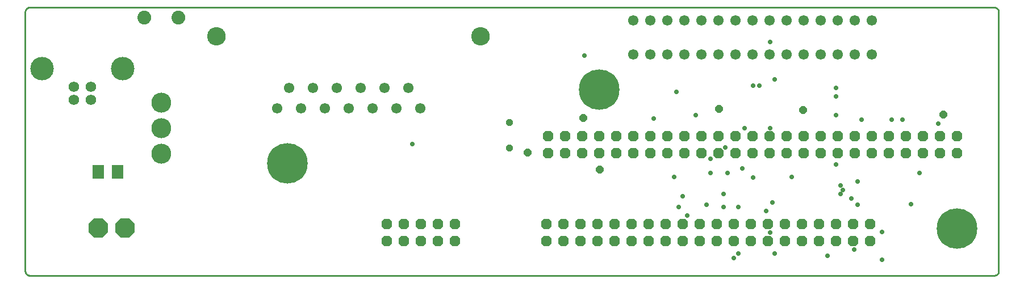
<source format=gts>
G75*
%MOIN*%
%OFA0B0*%
%FSLAX25Y25*%
%IPPOS*%
%LPD*%
%AMOC8*
5,1,8,0,0,1.08239X$1,22.5*
%
%ADD10C,0.01000*%
%ADD11C,0.23800*%
%ADD12C,0.06115*%
%ADD13C,0.00000*%
%ADD14C,0.10800*%
%ADD15C,0.11725*%
%ADD16C,0.08083*%
%ADD17OC8,0.06200*%
%ADD18R,0.07099X0.07898*%
%ADD19OC8,0.11430*%
%ADD20C,0.06200*%
%ADD21C,0.13800*%
%ADD22OC8,0.04343*%
%ADD23OC8,0.03800*%
%ADD24OC8,0.02800*%
%ADD25C,0.02800*%
D10*
X0004000Y0002343D02*
X0570300Y0002343D01*
X0570398Y0002345D01*
X0570496Y0002351D01*
X0570594Y0002360D01*
X0570691Y0002374D01*
X0570788Y0002391D01*
X0570884Y0002412D01*
X0570979Y0002437D01*
X0571073Y0002465D01*
X0571165Y0002498D01*
X0571257Y0002533D01*
X0571347Y0002573D01*
X0571435Y0002615D01*
X0571522Y0002662D01*
X0571606Y0002711D01*
X0571689Y0002764D01*
X0571769Y0002820D01*
X0571848Y0002880D01*
X0571924Y0002942D01*
X0571997Y0003007D01*
X0572068Y0003075D01*
X0572136Y0003146D01*
X0572201Y0003219D01*
X0572263Y0003295D01*
X0572323Y0003374D01*
X0572379Y0003454D01*
X0572432Y0003537D01*
X0572481Y0003621D01*
X0572528Y0003708D01*
X0572570Y0003796D01*
X0572610Y0003886D01*
X0572645Y0003978D01*
X0572678Y0004070D01*
X0572706Y0004164D01*
X0572731Y0004259D01*
X0572752Y0004355D01*
X0572769Y0004452D01*
X0572783Y0004549D01*
X0572792Y0004647D01*
X0572798Y0004745D01*
X0572800Y0004843D01*
X0572800Y0157343D01*
X0572798Y0157441D01*
X0572792Y0157539D01*
X0572783Y0157637D01*
X0572769Y0157734D01*
X0572752Y0157831D01*
X0572731Y0157927D01*
X0572706Y0158022D01*
X0572678Y0158116D01*
X0572645Y0158208D01*
X0572610Y0158300D01*
X0572570Y0158390D01*
X0572528Y0158478D01*
X0572481Y0158565D01*
X0572432Y0158649D01*
X0572379Y0158732D01*
X0572323Y0158812D01*
X0572263Y0158891D01*
X0572201Y0158967D01*
X0572136Y0159040D01*
X0572068Y0159111D01*
X0571997Y0159179D01*
X0571924Y0159244D01*
X0571848Y0159306D01*
X0571769Y0159366D01*
X0571689Y0159422D01*
X0571606Y0159475D01*
X0571522Y0159524D01*
X0571435Y0159571D01*
X0571347Y0159613D01*
X0571257Y0159653D01*
X0571165Y0159688D01*
X0571073Y0159721D01*
X0570979Y0159749D01*
X0570884Y0159774D01*
X0570788Y0159795D01*
X0570691Y0159812D01*
X0570594Y0159826D01*
X0570496Y0159835D01*
X0570398Y0159841D01*
X0570300Y0159843D01*
X0004000Y0159843D01*
X0003902Y0159841D01*
X0003804Y0159835D01*
X0003706Y0159826D01*
X0003609Y0159812D01*
X0003512Y0159795D01*
X0003416Y0159774D01*
X0003321Y0159749D01*
X0003227Y0159721D01*
X0003135Y0159688D01*
X0003043Y0159653D01*
X0002953Y0159613D01*
X0002865Y0159571D01*
X0002778Y0159524D01*
X0002694Y0159475D01*
X0002611Y0159422D01*
X0002531Y0159366D01*
X0002452Y0159306D01*
X0002376Y0159244D01*
X0002303Y0159179D01*
X0002232Y0159111D01*
X0002164Y0159040D01*
X0002099Y0158967D01*
X0002037Y0158891D01*
X0001977Y0158812D01*
X0001921Y0158732D01*
X0001868Y0158649D01*
X0001819Y0158565D01*
X0001772Y0158478D01*
X0001730Y0158390D01*
X0001690Y0158300D01*
X0001655Y0158208D01*
X0001622Y0158116D01*
X0001594Y0158022D01*
X0001569Y0157927D01*
X0001548Y0157831D01*
X0001531Y0157734D01*
X0001517Y0157637D01*
X0001508Y0157539D01*
X0001502Y0157441D01*
X0001500Y0157343D01*
X0001500Y0004843D01*
X0001502Y0004745D01*
X0001508Y0004647D01*
X0001517Y0004549D01*
X0001531Y0004452D01*
X0001548Y0004355D01*
X0001569Y0004259D01*
X0001594Y0004164D01*
X0001622Y0004070D01*
X0001655Y0003978D01*
X0001690Y0003886D01*
X0001730Y0003796D01*
X0001772Y0003708D01*
X0001819Y0003621D01*
X0001868Y0003537D01*
X0001921Y0003454D01*
X0001977Y0003374D01*
X0002037Y0003295D01*
X0002099Y0003219D01*
X0002164Y0003146D01*
X0002232Y0003075D01*
X0002303Y0003007D01*
X0002376Y0002942D01*
X0002452Y0002880D01*
X0002531Y0002820D01*
X0002611Y0002764D01*
X0002694Y0002711D01*
X0002778Y0002662D01*
X0002865Y0002615D01*
X0002953Y0002573D01*
X0003043Y0002533D01*
X0003135Y0002498D01*
X0003227Y0002465D01*
X0003321Y0002437D01*
X0003416Y0002412D01*
X0003512Y0002391D01*
X0003609Y0002374D01*
X0003706Y0002360D01*
X0003804Y0002351D01*
X0003902Y0002345D01*
X0004000Y0002343D01*
D11*
X0155300Y0068235D03*
X0338405Y0111580D03*
X0548400Y0029835D03*
D12*
X0498400Y0132243D03*
X0488400Y0132243D03*
X0478400Y0132243D03*
X0468400Y0132243D03*
X0458400Y0132243D03*
X0448400Y0132243D03*
X0438400Y0132243D03*
X0428400Y0132243D03*
X0418400Y0132243D03*
X0408400Y0132243D03*
X0398400Y0132243D03*
X0388400Y0132243D03*
X0378400Y0132243D03*
X0368400Y0132243D03*
X0358400Y0132243D03*
X0358400Y0152243D03*
X0368400Y0152243D03*
X0378400Y0152243D03*
X0388400Y0152243D03*
X0398400Y0152243D03*
X0408400Y0152243D03*
X0418400Y0152243D03*
X0428400Y0152243D03*
X0438400Y0152243D03*
X0448400Y0152243D03*
X0458400Y0152243D03*
X0468400Y0152243D03*
X0478400Y0152243D03*
X0488400Y0152243D03*
X0498400Y0152243D03*
X0233300Y0100443D03*
X0219300Y0100443D03*
X0205300Y0100443D03*
X0191300Y0100443D03*
X0177300Y0100443D03*
X0163300Y0100443D03*
X0149300Y0100443D03*
X0156300Y0112567D03*
X0170300Y0112567D03*
X0184300Y0112567D03*
X0198300Y0112567D03*
X0212300Y0112567D03*
X0226300Y0112567D03*
D13*
X0263800Y0142943D02*
X0263802Y0143084D01*
X0263808Y0143225D01*
X0263818Y0143365D01*
X0263832Y0143505D01*
X0263850Y0143645D01*
X0263871Y0143784D01*
X0263897Y0143923D01*
X0263926Y0144061D01*
X0263960Y0144197D01*
X0263997Y0144333D01*
X0264038Y0144468D01*
X0264083Y0144602D01*
X0264132Y0144734D01*
X0264184Y0144865D01*
X0264240Y0144994D01*
X0264300Y0145121D01*
X0264363Y0145247D01*
X0264429Y0145371D01*
X0264500Y0145494D01*
X0264573Y0145614D01*
X0264650Y0145732D01*
X0264730Y0145848D01*
X0264814Y0145961D01*
X0264900Y0146072D01*
X0264990Y0146181D01*
X0265083Y0146287D01*
X0265178Y0146390D01*
X0265277Y0146491D01*
X0265378Y0146589D01*
X0265482Y0146684D01*
X0265589Y0146776D01*
X0265698Y0146865D01*
X0265810Y0146950D01*
X0265924Y0147033D01*
X0266040Y0147113D01*
X0266159Y0147189D01*
X0266280Y0147261D01*
X0266402Y0147331D01*
X0266527Y0147396D01*
X0266653Y0147459D01*
X0266781Y0147517D01*
X0266911Y0147572D01*
X0267042Y0147624D01*
X0267175Y0147671D01*
X0267309Y0147715D01*
X0267444Y0147756D01*
X0267580Y0147792D01*
X0267717Y0147824D01*
X0267855Y0147853D01*
X0267993Y0147878D01*
X0268133Y0147898D01*
X0268273Y0147915D01*
X0268413Y0147928D01*
X0268554Y0147937D01*
X0268694Y0147942D01*
X0268835Y0147943D01*
X0268976Y0147940D01*
X0269117Y0147933D01*
X0269257Y0147922D01*
X0269397Y0147907D01*
X0269537Y0147888D01*
X0269676Y0147866D01*
X0269814Y0147839D01*
X0269952Y0147809D01*
X0270088Y0147774D01*
X0270224Y0147736D01*
X0270358Y0147694D01*
X0270492Y0147648D01*
X0270624Y0147599D01*
X0270754Y0147545D01*
X0270883Y0147488D01*
X0271010Y0147428D01*
X0271136Y0147364D01*
X0271259Y0147296D01*
X0271381Y0147225D01*
X0271501Y0147151D01*
X0271618Y0147073D01*
X0271733Y0146992D01*
X0271846Y0146908D01*
X0271957Y0146821D01*
X0272065Y0146730D01*
X0272170Y0146637D01*
X0272273Y0146540D01*
X0272373Y0146441D01*
X0272470Y0146339D01*
X0272564Y0146234D01*
X0272655Y0146127D01*
X0272743Y0146017D01*
X0272828Y0145905D01*
X0272910Y0145790D01*
X0272989Y0145673D01*
X0273064Y0145554D01*
X0273136Y0145433D01*
X0273204Y0145310D01*
X0273269Y0145185D01*
X0273331Y0145058D01*
X0273388Y0144929D01*
X0273443Y0144799D01*
X0273493Y0144668D01*
X0273540Y0144535D01*
X0273583Y0144401D01*
X0273622Y0144265D01*
X0273657Y0144129D01*
X0273689Y0143992D01*
X0273716Y0143854D01*
X0273740Y0143715D01*
X0273760Y0143575D01*
X0273776Y0143435D01*
X0273788Y0143295D01*
X0273796Y0143154D01*
X0273800Y0143013D01*
X0273800Y0142873D01*
X0273796Y0142732D01*
X0273788Y0142591D01*
X0273776Y0142451D01*
X0273760Y0142311D01*
X0273740Y0142171D01*
X0273716Y0142032D01*
X0273689Y0141894D01*
X0273657Y0141757D01*
X0273622Y0141621D01*
X0273583Y0141485D01*
X0273540Y0141351D01*
X0273493Y0141218D01*
X0273443Y0141087D01*
X0273388Y0140957D01*
X0273331Y0140828D01*
X0273269Y0140701D01*
X0273204Y0140576D01*
X0273136Y0140453D01*
X0273064Y0140332D01*
X0272989Y0140213D01*
X0272910Y0140096D01*
X0272828Y0139981D01*
X0272743Y0139869D01*
X0272655Y0139759D01*
X0272564Y0139652D01*
X0272470Y0139547D01*
X0272373Y0139445D01*
X0272273Y0139346D01*
X0272170Y0139249D01*
X0272065Y0139156D01*
X0271957Y0139065D01*
X0271846Y0138978D01*
X0271733Y0138894D01*
X0271618Y0138813D01*
X0271501Y0138735D01*
X0271381Y0138661D01*
X0271259Y0138590D01*
X0271136Y0138522D01*
X0271010Y0138458D01*
X0270883Y0138398D01*
X0270754Y0138341D01*
X0270624Y0138287D01*
X0270492Y0138238D01*
X0270358Y0138192D01*
X0270224Y0138150D01*
X0270088Y0138112D01*
X0269952Y0138077D01*
X0269814Y0138047D01*
X0269676Y0138020D01*
X0269537Y0137998D01*
X0269397Y0137979D01*
X0269257Y0137964D01*
X0269117Y0137953D01*
X0268976Y0137946D01*
X0268835Y0137943D01*
X0268694Y0137944D01*
X0268554Y0137949D01*
X0268413Y0137958D01*
X0268273Y0137971D01*
X0268133Y0137988D01*
X0267993Y0138008D01*
X0267855Y0138033D01*
X0267717Y0138062D01*
X0267580Y0138094D01*
X0267444Y0138130D01*
X0267309Y0138171D01*
X0267175Y0138215D01*
X0267042Y0138262D01*
X0266911Y0138314D01*
X0266781Y0138369D01*
X0266653Y0138427D01*
X0266527Y0138490D01*
X0266402Y0138555D01*
X0266280Y0138625D01*
X0266159Y0138697D01*
X0266040Y0138773D01*
X0265924Y0138853D01*
X0265810Y0138936D01*
X0265698Y0139021D01*
X0265589Y0139110D01*
X0265482Y0139202D01*
X0265378Y0139297D01*
X0265277Y0139395D01*
X0265178Y0139496D01*
X0265083Y0139599D01*
X0264990Y0139705D01*
X0264900Y0139814D01*
X0264814Y0139925D01*
X0264730Y0140038D01*
X0264650Y0140154D01*
X0264573Y0140272D01*
X0264500Y0140392D01*
X0264429Y0140515D01*
X0264363Y0140639D01*
X0264300Y0140765D01*
X0264240Y0140892D01*
X0264184Y0141021D01*
X0264132Y0141152D01*
X0264083Y0141284D01*
X0264038Y0141418D01*
X0263997Y0141553D01*
X0263960Y0141689D01*
X0263926Y0141825D01*
X0263897Y0141963D01*
X0263871Y0142102D01*
X0263850Y0142241D01*
X0263832Y0142381D01*
X0263818Y0142521D01*
X0263808Y0142661D01*
X0263802Y0142802D01*
X0263800Y0142943D01*
X0108800Y0142943D02*
X0108802Y0143084D01*
X0108808Y0143225D01*
X0108818Y0143365D01*
X0108832Y0143505D01*
X0108850Y0143645D01*
X0108871Y0143784D01*
X0108897Y0143923D01*
X0108926Y0144061D01*
X0108960Y0144197D01*
X0108997Y0144333D01*
X0109038Y0144468D01*
X0109083Y0144602D01*
X0109132Y0144734D01*
X0109184Y0144865D01*
X0109240Y0144994D01*
X0109300Y0145121D01*
X0109363Y0145247D01*
X0109429Y0145371D01*
X0109500Y0145494D01*
X0109573Y0145614D01*
X0109650Y0145732D01*
X0109730Y0145848D01*
X0109814Y0145961D01*
X0109900Y0146072D01*
X0109990Y0146181D01*
X0110083Y0146287D01*
X0110178Y0146390D01*
X0110277Y0146491D01*
X0110378Y0146589D01*
X0110482Y0146684D01*
X0110589Y0146776D01*
X0110698Y0146865D01*
X0110810Y0146950D01*
X0110924Y0147033D01*
X0111040Y0147113D01*
X0111159Y0147189D01*
X0111280Y0147261D01*
X0111402Y0147331D01*
X0111527Y0147396D01*
X0111653Y0147459D01*
X0111781Y0147517D01*
X0111911Y0147572D01*
X0112042Y0147624D01*
X0112175Y0147671D01*
X0112309Y0147715D01*
X0112444Y0147756D01*
X0112580Y0147792D01*
X0112717Y0147824D01*
X0112855Y0147853D01*
X0112993Y0147878D01*
X0113133Y0147898D01*
X0113273Y0147915D01*
X0113413Y0147928D01*
X0113554Y0147937D01*
X0113694Y0147942D01*
X0113835Y0147943D01*
X0113976Y0147940D01*
X0114117Y0147933D01*
X0114257Y0147922D01*
X0114397Y0147907D01*
X0114537Y0147888D01*
X0114676Y0147866D01*
X0114814Y0147839D01*
X0114952Y0147809D01*
X0115088Y0147774D01*
X0115224Y0147736D01*
X0115358Y0147694D01*
X0115492Y0147648D01*
X0115624Y0147599D01*
X0115754Y0147545D01*
X0115883Y0147488D01*
X0116010Y0147428D01*
X0116136Y0147364D01*
X0116259Y0147296D01*
X0116381Y0147225D01*
X0116501Y0147151D01*
X0116618Y0147073D01*
X0116733Y0146992D01*
X0116846Y0146908D01*
X0116957Y0146821D01*
X0117065Y0146730D01*
X0117170Y0146637D01*
X0117273Y0146540D01*
X0117373Y0146441D01*
X0117470Y0146339D01*
X0117564Y0146234D01*
X0117655Y0146127D01*
X0117743Y0146017D01*
X0117828Y0145905D01*
X0117910Y0145790D01*
X0117989Y0145673D01*
X0118064Y0145554D01*
X0118136Y0145433D01*
X0118204Y0145310D01*
X0118269Y0145185D01*
X0118331Y0145058D01*
X0118388Y0144929D01*
X0118443Y0144799D01*
X0118493Y0144668D01*
X0118540Y0144535D01*
X0118583Y0144401D01*
X0118622Y0144265D01*
X0118657Y0144129D01*
X0118689Y0143992D01*
X0118716Y0143854D01*
X0118740Y0143715D01*
X0118760Y0143575D01*
X0118776Y0143435D01*
X0118788Y0143295D01*
X0118796Y0143154D01*
X0118800Y0143013D01*
X0118800Y0142873D01*
X0118796Y0142732D01*
X0118788Y0142591D01*
X0118776Y0142451D01*
X0118760Y0142311D01*
X0118740Y0142171D01*
X0118716Y0142032D01*
X0118689Y0141894D01*
X0118657Y0141757D01*
X0118622Y0141621D01*
X0118583Y0141485D01*
X0118540Y0141351D01*
X0118493Y0141218D01*
X0118443Y0141087D01*
X0118388Y0140957D01*
X0118331Y0140828D01*
X0118269Y0140701D01*
X0118204Y0140576D01*
X0118136Y0140453D01*
X0118064Y0140332D01*
X0117989Y0140213D01*
X0117910Y0140096D01*
X0117828Y0139981D01*
X0117743Y0139869D01*
X0117655Y0139759D01*
X0117564Y0139652D01*
X0117470Y0139547D01*
X0117373Y0139445D01*
X0117273Y0139346D01*
X0117170Y0139249D01*
X0117065Y0139156D01*
X0116957Y0139065D01*
X0116846Y0138978D01*
X0116733Y0138894D01*
X0116618Y0138813D01*
X0116501Y0138735D01*
X0116381Y0138661D01*
X0116259Y0138590D01*
X0116136Y0138522D01*
X0116010Y0138458D01*
X0115883Y0138398D01*
X0115754Y0138341D01*
X0115624Y0138287D01*
X0115492Y0138238D01*
X0115358Y0138192D01*
X0115224Y0138150D01*
X0115088Y0138112D01*
X0114952Y0138077D01*
X0114814Y0138047D01*
X0114676Y0138020D01*
X0114537Y0137998D01*
X0114397Y0137979D01*
X0114257Y0137964D01*
X0114117Y0137953D01*
X0113976Y0137946D01*
X0113835Y0137943D01*
X0113694Y0137944D01*
X0113554Y0137949D01*
X0113413Y0137958D01*
X0113273Y0137971D01*
X0113133Y0137988D01*
X0112993Y0138008D01*
X0112855Y0138033D01*
X0112717Y0138062D01*
X0112580Y0138094D01*
X0112444Y0138130D01*
X0112309Y0138171D01*
X0112175Y0138215D01*
X0112042Y0138262D01*
X0111911Y0138314D01*
X0111781Y0138369D01*
X0111653Y0138427D01*
X0111527Y0138490D01*
X0111402Y0138555D01*
X0111280Y0138625D01*
X0111159Y0138697D01*
X0111040Y0138773D01*
X0110924Y0138853D01*
X0110810Y0138936D01*
X0110698Y0139021D01*
X0110589Y0139110D01*
X0110482Y0139202D01*
X0110378Y0139297D01*
X0110277Y0139395D01*
X0110178Y0139496D01*
X0110083Y0139599D01*
X0109990Y0139705D01*
X0109900Y0139814D01*
X0109814Y0139925D01*
X0109730Y0140038D01*
X0109650Y0140154D01*
X0109573Y0140272D01*
X0109500Y0140392D01*
X0109429Y0140515D01*
X0109363Y0140639D01*
X0109300Y0140765D01*
X0109240Y0140892D01*
X0109184Y0141021D01*
X0109132Y0141152D01*
X0109083Y0141284D01*
X0109038Y0141418D01*
X0108997Y0141553D01*
X0108960Y0141689D01*
X0108926Y0141825D01*
X0108897Y0141963D01*
X0108871Y0142102D01*
X0108850Y0142241D01*
X0108832Y0142381D01*
X0108818Y0142521D01*
X0108808Y0142661D01*
X0108802Y0142802D01*
X0108800Y0142943D01*
X0087758Y0154043D02*
X0087760Y0154163D01*
X0087766Y0154284D01*
X0087776Y0154404D01*
X0087790Y0154523D01*
X0087808Y0154642D01*
X0087829Y0154761D01*
X0087855Y0154879D01*
X0087885Y0154995D01*
X0087918Y0155111D01*
X0087955Y0155226D01*
X0087996Y0155339D01*
X0088041Y0155451D01*
X0088089Y0155561D01*
X0088141Y0155670D01*
X0088197Y0155776D01*
X0088256Y0155881D01*
X0088319Y0155984D01*
X0088384Y0156085D01*
X0088454Y0156184D01*
X0088526Y0156280D01*
X0088601Y0156374D01*
X0088680Y0156465D01*
X0088762Y0156554D01*
X0088846Y0156639D01*
X0088933Y0156723D01*
X0089023Y0156803D01*
X0089116Y0156880D01*
X0089211Y0156954D01*
X0089308Y0157024D01*
X0089408Y0157092D01*
X0089510Y0157156D01*
X0089614Y0157217D01*
X0089720Y0157274D01*
X0089828Y0157328D01*
X0089937Y0157378D01*
X0090048Y0157425D01*
X0090161Y0157468D01*
X0090275Y0157507D01*
X0090390Y0157542D01*
X0090506Y0157574D01*
X0090623Y0157601D01*
X0090741Y0157625D01*
X0090860Y0157645D01*
X0090979Y0157661D01*
X0091099Y0157673D01*
X0091219Y0157681D01*
X0091340Y0157685D01*
X0091460Y0157685D01*
X0091581Y0157681D01*
X0091701Y0157673D01*
X0091821Y0157661D01*
X0091940Y0157645D01*
X0092059Y0157625D01*
X0092177Y0157601D01*
X0092294Y0157574D01*
X0092410Y0157542D01*
X0092525Y0157507D01*
X0092639Y0157468D01*
X0092752Y0157425D01*
X0092863Y0157378D01*
X0092972Y0157328D01*
X0093080Y0157274D01*
X0093186Y0157217D01*
X0093290Y0157156D01*
X0093392Y0157092D01*
X0093492Y0157024D01*
X0093589Y0156954D01*
X0093684Y0156880D01*
X0093777Y0156803D01*
X0093867Y0156723D01*
X0093954Y0156639D01*
X0094038Y0156554D01*
X0094120Y0156465D01*
X0094199Y0156374D01*
X0094274Y0156280D01*
X0094346Y0156184D01*
X0094416Y0156085D01*
X0094481Y0155984D01*
X0094544Y0155881D01*
X0094603Y0155776D01*
X0094659Y0155670D01*
X0094711Y0155561D01*
X0094759Y0155451D01*
X0094804Y0155339D01*
X0094845Y0155226D01*
X0094882Y0155111D01*
X0094915Y0154995D01*
X0094945Y0154879D01*
X0094971Y0154761D01*
X0094992Y0154642D01*
X0095010Y0154523D01*
X0095024Y0154404D01*
X0095034Y0154284D01*
X0095040Y0154163D01*
X0095042Y0154043D01*
X0095040Y0153923D01*
X0095034Y0153802D01*
X0095024Y0153682D01*
X0095010Y0153563D01*
X0094992Y0153444D01*
X0094971Y0153325D01*
X0094945Y0153207D01*
X0094915Y0153091D01*
X0094882Y0152975D01*
X0094845Y0152860D01*
X0094804Y0152747D01*
X0094759Y0152635D01*
X0094711Y0152525D01*
X0094659Y0152416D01*
X0094603Y0152310D01*
X0094544Y0152205D01*
X0094481Y0152102D01*
X0094416Y0152001D01*
X0094346Y0151902D01*
X0094274Y0151806D01*
X0094199Y0151712D01*
X0094120Y0151621D01*
X0094038Y0151532D01*
X0093954Y0151447D01*
X0093867Y0151363D01*
X0093777Y0151283D01*
X0093684Y0151206D01*
X0093589Y0151132D01*
X0093492Y0151062D01*
X0093392Y0150994D01*
X0093290Y0150930D01*
X0093186Y0150869D01*
X0093080Y0150812D01*
X0092972Y0150758D01*
X0092863Y0150708D01*
X0092752Y0150661D01*
X0092639Y0150618D01*
X0092525Y0150579D01*
X0092410Y0150544D01*
X0092294Y0150512D01*
X0092177Y0150485D01*
X0092059Y0150461D01*
X0091940Y0150441D01*
X0091821Y0150425D01*
X0091701Y0150413D01*
X0091581Y0150405D01*
X0091460Y0150401D01*
X0091340Y0150401D01*
X0091219Y0150405D01*
X0091099Y0150413D01*
X0090979Y0150425D01*
X0090860Y0150441D01*
X0090741Y0150461D01*
X0090623Y0150485D01*
X0090506Y0150512D01*
X0090390Y0150544D01*
X0090275Y0150579D01*
X0090161Y0150618D01*
X0090048Y0150661D01*
X0089937Y0150708D01*
X0089828Y0150758D01*
X0089720Y0150812D01*
X0089614Y0150869D01*
X0089510Y0150930D01*
X0089408Y0150994D01*
X0089308Y0151062D01*
X0089211Y0151132D01*
X0089116Y0151206D01*
X0089023Y0151283D01*
X0088933Y0151363D01*
X0088846Y0151447D01*
X0088762Y0151532D01*
X0088680Y0151621D01*
X0088601Y0151712D01*
X0088526Y0151806D01*
X0088454Y0151902D01*
X0088384Y0152001D01*
X0088319Y0152102D01*
X0088256Y0152205D01*
X0088197Y0152310D01*
X0088141Y0152416D01*
X0088089Y0152525D01*
X0088041Y0152635D01*
X0087996Y0152747D01*
X0087955Y0152860D01*
X0087918Y0152975D01*
X0087885Y0153091D01*
X0087855Y0153207D01*
X0087829Y0153325D01*
X0087808Y0153444D01*
X0087790Y0153563D01*
X0087776Y0153682D01*
X0087766Y0153802D01*
X0087760Y0153923D01*
X0087758Y0154043D01*
X0067758Y0154043D02*
X0067760Y0154163D01*
X0067766Y0154284D01*
X0067776Y0154404D01*
X0067790Y0154523D01*
X0067808Y0154642D01*
X0067829Y0154761D01*
X0067855Y0154879D01*
X0067885Y0154995D01*
X0067918Y0155111D01*
X0067955Y0155226D01*
X0067996Y0155339D01*
X0068041Y0155451D01*
X0068089Y0155561D01*
X0068141Y0155670D01*
X0068197Y0155776D01*
X0068256Y0155881D01*
X0068319Y0155984D01*
X0068384Y0156085D01*
X0068454Y0156184D01*
X0068526Y0156280D01*
X0068601Y0156374D01*
X0068680Y0156465D01*
X0068762Y0156554D01*
X0068846Y0156639D01*
X0068933Y0156723D01*
X0069023Y0156803D01*
X0069116Y0156880D01*
X0069211Y0156954D01*
X0069308Y0157024D01*
X0069408Y0157092D01*
X0069510Y0157156D01*
X0069614Y0157217D01*
X0069720Y0157274D01*
X0069828Y0157328D01*
X0069937Y0157378D01*
X0070048Y0157425D01*
X0070161Y0157468D01*
X0070275Y0157507D01*
X0070390Y0157542D01*
X0070506Y0157574D01*
X0070623Y0157601D01*
X0070741Y0157625D01*
X0070860Y0157645D01*
X0070979Y0157661D01*
X0071099Y0157673D01*
X0071219Y0157681D01*
X0071340Y0157685D01*
X0071460Y0157685D01*
X0071581Y0157681D01*
X0071701Y0157673D01*
X0071821Y0157661D01*
X0071940Y0157645D01*
X0072059Y0157625D01*
X0072177Y0157601D01*
X0072294Y0157574D01*
X0072410Y0157542D01*
X0072525Y0157507D01*
X0072639Y0157468D01*
X0072752Y0157425D01*
X0072863Y0157378D01*
X0072972Y0157328D01*
X0073080Y0157274D01*
X0073186Y0157217D01*
X0073290Y0157156D01*
X0073392Y0157092D01*
X0073492Y0157024D01*
X0073589Y0156954D01*
X0073684Y0156880D01*
X0073777Y0156803D01*
X0073867Y0156723D01*
X0073954Y0156639D01*
X0074038Y0156554D01*
X0074120Y0156465D01*
X0074199Y0156374D01*
X0074274Y0156280D01*
X0074346Y0156184D01*
X0074416Y0156085D01*
X0074481Y0155984D01*
X0074544Y0155881D01*
X0074603Y0155776D01*
X0074659Y0155670D01*
X0074711Y0155561D01*
X0074759Y0155451D01*
X0074804Y0155339D01*
X0074845Y0155226D01*
X0074882Y0155111D01*
X0074915Y0154995D01*
X0074945Y0154879D01*
X0074971Y0154761D01*
X0074992Y0154642D01*
X0075010Y0154523D01*
X0075024Y0154404D01*
X0075034Y0154284D01*
X0075040Y0154163D01*
X0075042Y0154043D01*
X0075040Y0153923D01*
X0075034Y0153802D01*
X0075024Y0153682D01*
X0075010Y0153563D01*
X0074992Y0153444D01*
X0074971Y0153325D01*
X0074945Y0153207D01*
X0074915Y0153091D01*
X0074882Y0152975D01*
X0074845Y0152860D01*
X0074804Y0152747D01*
X0074759Y0152635D01*
X0074711Y0152525D01*
X0074659Y0152416D01*
X0074603Y0152310D01*
X0074544Y0152205D01*
X0074481Y0152102D01*
X0074416Y0152001D01*
X0074346Y0151902D01*
X0074274Y0151806D01*
X0074199Y0151712D01*
X0074120Y0151621D01*
X0074038Y0151532D01*
X0073954Y0151447D01*
X0073867Y0151363D01*
X0073777Y0151283D01*
X0073684Y0151206D01*
X0073589Y0151132D01*
X0073492Y0151062D01*
X0073392Y0150994D01*
X0073290Y0150930D01*
X0073186Y0150869D01*
X0073080Y0150812D01*
X0072972Y0150758D01*
X0072863Y0150708D01*
X0072752Y0150661D01*
X0072639Y0150618D01*
X0072525Y0150579D01*
X0072410Y0150544D01*
X0072294Y0150512D01*
X0072177Y0150485D01*
X0072059Y0150461D01*
X0071940Y0150441D01*
X0071821Y0150425D01*
X0071701Y0150413D01*
X0071581Y0150405D01*
X0071460Y0150401D01*
X0071340Y0150401D01*
X0071219Y0150405D01*
X0071099Y0150413D01*
X0070979Y0150425D01*
X0070860Y0150441D01*
X0070741Y0150461D01*
X0070623Y0150485D01*
X0070506Y0150512D01*
X0070390Y0150544D01*
X0070275Y0150579D01*
X0070161Y0150618D01*
X0070048Y0150661D01*
X0069937Y0150708D01*
X0069828Y0150758D01*
X0069720Y0150812D01*
X0069614Y0150869D01*
X0069510Y0150930D01*
X0069408Y0150994D01*
X0069308Y0151062D01*
X0069211Y0151132D01*
X0069116Y0151206D01*
X0069023Y0151283D01*
X0068933Y0151363D01*
X0068846Y0151447D01*
X0068762Y0151532D01*
X0068680Y0151621D01*
X0068601Y0151712D01*
X0068526Y0151806D01*
X0068454Y0151902D01*
X0068384Y0152001D01*
X0068319Y0152102D01*
X0068256Y0152205D01*
X0068197Y0152310D01*
X0068141Y0152416D01*
X0068089Y0152525D01*
X0068041Y0152635D01*
X0067996Y0152747D01*
X0067955Y0152860D01*
X0067918Y0152975D01*
X0067885Y0153091D01*
X0067855Y0153207D01*
X0067829Y0153325D01*
X0067808Y0153444D01*
X0067790Y0153563D01*
X0067776Y0153682D01*
X0067766Y0153802D01*
X0067760Y0153923D01*
X0067758Y0154043D01*
D14*
X0113800Y0142943D03*
X0268800Y0142943D03*
D15*
X0081400Y0104043D03*
X0081400Y0089043D03*
X0081400Y0074043D03*
D16*
X0071400Y0154043D03*
X0091400Y0154043D03*
D17*
X0308500Y0084343D03*
X0318500Y0084343D03*
X0328500Y0084343D03*
X0338500Y0084343D03*
X0348500Y0084343D03*
X0358500Y0084343D03*
X0368500Y0084343D03*
X0378500Y0084343D03*
X0388500Y0084343D03*
X0398500Y0084343D03*
X0408500Y0084343D03*
X0418500Y0084343D03*
X0428500Y0084343D03*
X0438500Y0084343D03*
X0448500Y0084343D03*
X0458500Y0084343D03*
X0468500Y0084343D03*
X0478500Y0084343D03*
X0488500Y0084343D03*
X0498500Y0084343D03*
X0508500Y0084343D03*
X0518500Y0084343D03*
X0528500Y0084343D03*
X0538500Y0084343D03*
X0548500Y0084343D03*
X0548500Y0074343D03*
X0538500Y0074343D03*
X0528500Y0074343D03*
X0518500Y0074343D03*
X0508500Y0074343D03*
X0498500Y0074343D03*
X0488500Y0074343D03*
X0478500Y0074343D03*
X0468500Y0074343D03*
X0458500Y0074343D03*
X0448500Y0074343D03*
X0438500Y0074343D03*
X0428500Y0074343D03*
X0418500Y0074343D03*
X0408500Y0074343D03*
X0398500Y0074343D03*
X0388500Y0074343D03*
X0378500Y0074343D03*
X0368500Y0074343D03*
X0358500Y0074343D03*
X0348500Y0074343D03*
X0338500Y0074343D03*
X0328500Y0074343D03*
X0318500Y0074343D03*
X0308500Y0074343D03*
X0307500Y0032443D03*
X0317500Y0032443D03*
X0327500Y0032443D03*
X0337500Y0032443D03*
X0347500Y0032443D03*
X0357500Y0032443D03*
X0367500Y0032443D03*
X0377500Y0032443D03*
X0387500Y0032443D03*
X0397500Y0032443D03*
X0407500Y0032443D03*
X0417500Y0032443D03*
X0427500Y0032443D03*
X0437500Y0032443D03*
X0447500Y0032443D03*
X0457500Y0032443D03*
X0467500Y0032443D03*
X0477500Y0032443D03*
X0487500Y0032443D03*
X0497500Y0032443D03*
X0497500Y0022443D03*
X0487500Y0022443D03*
X0477500Y0022443D03*
X0467500Y0022443D03*
X0457500Y0022443D03*
X0447500Y0022443D03*
X0437500Y0022443D03*
X0427500Y0022443D03*
X0417500Y0022443D03*
X0407500Y0022443D03*
X0397500Y0022443D03*
X0387500Y0022443D03*
X0377500Y0022443D03*
X0367500Y0022443D03*
X0357500Y0022443D03*
X0347500Y0022443D03*
X0337500Y0022443D03*
X0327500Y0022443D03*
X0317500Y0022443D03*
X0307500Y0022443D03*
X0253600Y0022443D03*
X0243600Y0022443D03*
X0233600Y0022443D03*
X0223600Y0022443D03*
X0213600Y0022443D03*
X0213600Y0032443D03*
X0223600Y0032443D03*
X0233600Y0032443D03*
X0243600Y0032443D03*
X0253600Y0032443D03*
D18*
X0055698Y0063143D03*
X0044502Y0063143D03*
D19*
X0044300Y0030243D03*
X0059891Y0030243D03*
D20*
X0039951Y0105483D03*
X0030109Y0105483D03*
X0030109Y0113283D03*
X0039951Y0113283D03*
D21*
X0058730Y0123983D03*
X0011330Y0123983D03*
D22*
X0296400Y0074443D03*
X0338600Y0064643D03*
X0329000Y0094743D03*
X0408600Y0100143D03*
X0458000Y0099643D03*
X0540200Y0096743D03*
D23*
X0285800Y0092243D03*
X0285600Y0077243D03*
D24*
X0228600Y0079543D03*
X0370500Y0094543D03*
X0329600Y0131443D03*
D25*
X0383700Y0110143D03*
X0394950Y0096393D03*
X0423700Y0088893D03*
X0438700Y0088893D03*
X0412450Y0077643D03*
X0403750Y0070943D03*
X0422450Y0065143D03*
X0413700Y0062643D03*
X0403700Y0062643D03*
X0382450Y0060143D03*
X0411200Y0050143D03*
X0401200Y0043893D03*
X0411200Y0042643D03*
X0419950Y0042643D03*
X0436200Y0040143D03*
X0439950Y0045143D03*
X0479950Y0050143D03*
X0481200Y0052643D03*
X0479950Y0055143D03*
X0489950Y0057643D03*
X0486200Y0047643D03*
X0489950Y0043893D03*
X0521400Y0044343D03*
X0504400Y0027743D03*
X0488050Y0017643D03*
X0472450Y0013893D03*
X0504400Y0011393D03*
X0441200Y0015143D03*
X0419950Y0015143D03*
X0417450Y0012643D03*
X0438700Y0027643D03*
X0389950Y0037643D03*
X0384950Y0042643D03*
X0387450Y0048893D03*
X0428600Y0060043D03*
X0451200Y0060143D03*
X0477450Y0067643D03*
X0526200Y0062643D03*
X0537450Y0091393D03*
X0516200Y0093893D03*
X0509950Y0093893D03*
X0492450Y0093893D03*
X0477450Y0096393D03*
X0477450Y0107643D03*
X0477450Y0112643D03*
X0441200Y0117643D03*
X0432450Y0113893D03*
X0428700Y0113893D03*
X0438750Y0139493D03*
M02*

</source>
